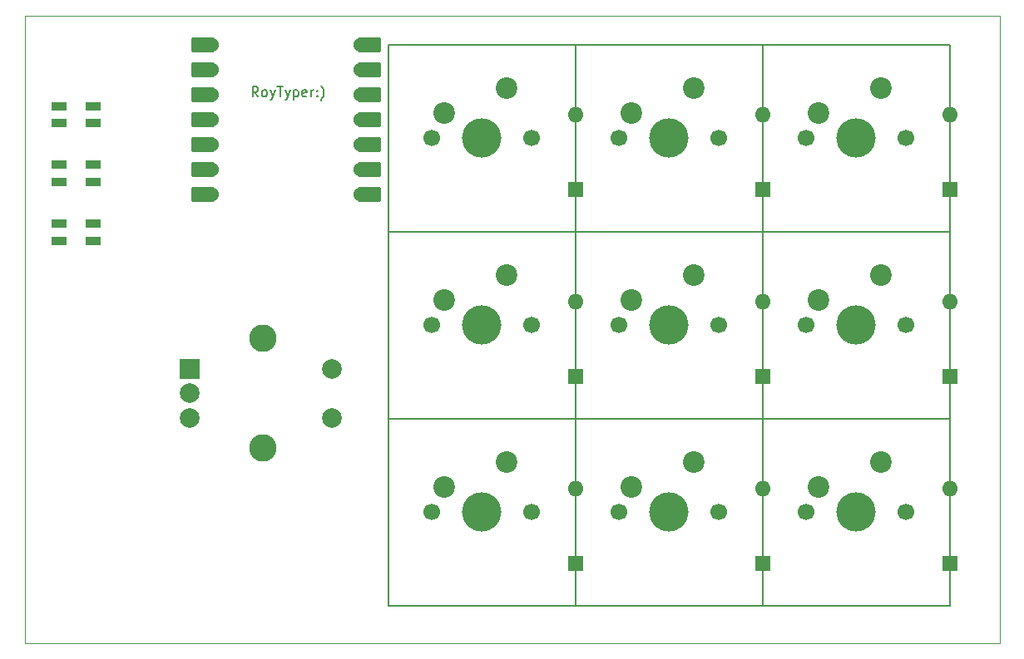
<source format=gbr>
%TF.GenerationSoftware,KiCad,Pcbnew,8.0.8*%
%TF.CreationDate,2025-02-16T15:54:53+05:30*%
%TF.ProjectId,RoyTyper,526f7954-7970-4657-922e-6b696361645f,rev?*%
%TF.SameCoordinates,Original*%
%TF.FileFunction,Soldermask,Top*%
%TF.FilePolarity,Negative*%
%FSLAX46Y46*%
G04 Gerber Fmt 4.6, Leading zero omitted, Abs format (unit mm)*
G04 Created by KiCad (PCBNEW 8.0.8) date 2025-02-16 15:54:53*
%MOMM*%
%LPD*%
G01*
G04 APERTURE LIST*
G04 Aperture macros list*
%AMRoundRect*
0 Rectangle with rounded corners*
0 $1 Rounding radius*
0 $2 $3 $4 $5 $6 $7 $8 $9 X,Y pos of 4 corners*
0 Add a 4 corners polygon primitive as box body*
4,1,4,$2,$3,$4,$5,$6,$7,$8,$9,$2,$3,0*
0 Add four circle primitives for the rounded corners*
1,1,$1+$1,$2,$3*
1,1,$1+$1,$4,$5*
1,1,$1+$1,$6,$7*
1,1,$1+$1,$8,$9*
0 Add four rect primitives between the rounded corners*
20,1,$1+$1,$2,$3,$4,$5,0*
20,1,$1+$1,$4,$5,$6,$7,0*
20,1,$1+$1,$6,$7,$8,$9,0*
20,1,$1+$1,$8,$9,$2,$3,0*%
G04 Aperture macros list end*
%ADD10R,1.600000X0.850000*%
%ADD11C,1.700000*%
%ADD12C,4.000000*%
%ADD13C,2.200000*%
%ADD14R,2.000000X2.000000*%
%ADD15C,2.000000*%
%ADD16C,2.800000*%
%ADD17RoundRect,0.152400X1.063600X0.609600X-1.063600X0.609600X-1.063600X-0.609600X1.063600X-0.609600X0*%
%ADD18C,1.524000*%
%ADD19RoundRect,0.152400X-1.063600X-0.609600X1.063600X-0.609600X1.063600X0.609600X-1.063600X0.609600X0*%
%ADD20R,1.600000X1.600000*%
%ADD21O,1.600000X1.600000*%
%ADD22C,0.150000*%
%TA.AperFunction,Profile*%
%ADD23C,0.050000*%
%TD*%
G04 APERTURE END LIST*
D10*
%TO.C,D12*%
X56725000Y-78575000D03*
X56725000Y-80325000D03*
X60225000Y-80325000D03*
X60225000Y-78575000D03*
%TD*%
D11*
%TO.C,SW3*%
X132770000Y-69850000D03*
D12*
X137850000Y-69850000D03*
D11*
X142930000Y-69850000D03*
D13*
X140390000Y-64770000D03*
X134040000Y-67310000D03*
%TD*%
D11*
%TO.C,SW6*%
X132770000Y-88900000D03*
D12*
X137850000Y-88900000D03*
D11*
X142930000Y-88900000D03*
D13*
X140390000Y-83820000D03*
X134040000Y-86360000D03*
%TD*%
D11*
%TO.C,SW1*%
X94670000Y-69850000D03*
D12*
X99750000Y-69850000D03*
D11*
X104830000Y-69850000D03*
D13*
X102290000Y-64770000D03*
X95940000Y-67310000D03*
%TD*%
D11*
%TO.C,SW4*%
X94670000Y-88900000D03*
D12*
X99750000Y-88900000D03*
D11*
X104830000Y-88900000D03*
D13*
X102290000Y-83820000D03*
X95940000Y-86360000D03*
%TD*%
D11*
%TO.C,SW5*%
X113720000Y-88900000D03*
D12*
X118800000Y-88900000D03*
D11*
X123880000Y-88900000D03*
D13*
X121340000Y-83820000D03*
X114990000Y-86360000D03*
%TD*%
D11*
%TO.C,SW2*%
X113720000Y-69850000D03*
D12*
X118800000Y-69850000D03*
D11*
X123880000Y-69850000D03*
D13*
X121340000Y-64770000D03*
X114990000Y-67310000D03*
%TD*%
D14*
%TO.C,SW11*%
X69975000Y-93325000D03*
D15*
X69975000Y-98325000D03*
X69975000Y-95825000D03*
D16*
X77475000Y-90225000D03*
X77475000Y-101425000D03*
D15*
X84475000Y-93325000D03*
X84475000Y-98325000D03*
%TD*%
D11*
%TO.C,SW9*%
X132770000Y-107950000D03*
D12*
X137850000Y-107950000D03*
D11*
X142930000Y-107950000D03*
D13*
X140390000Y-102870000D03*
X134040000Y-105410000D03*
%TD*%
D11*
%TO.C,SW7*%
X94670000Y-107950000D03*
D12*
X99750000Y-107950000D03*
D11*
X104830000Y-107950000D03*
D13*
X102290000Y-102870000D03*
X95940000Y-105410000D03*
%TD*%
D10*
%TO.C,D11*%
X56725000Y-72575000D03*
X56725000Y-74325000D03*
X60225000Y-74325000D03*
X60225000Y-72575000D03*
%TD*%
D11*
%TO.C,SW8*%
X113720000Y-107950000D03*
D12*
X118800000Y-107950000D03*
D11*
X123880000Y-107950000D03*
D13*
X121340000Y-102870000D03*
X114990000Y-105410000D03*
%TD*%
D10*
%TO.C,D10*%
X56725000Y-66575000D03*
X56725000Y-68325000D03*
X60225000Y-68325000D03*
X60225000Y-66575000D03*
%TD*%
D17*
%TO.C,U1*%
X71390000Y-60325000D03*
D18*
X72225000Y-60325000D03*
D17*
X71390000Y-62865000D03*
D18*
X72225000Y-62865000D03*
D17*
X71390000Y-65405000D03*
D18*
X72225000Y-65405000D03*
D17*
X71390000Y-67945000D03*
D18*
X72225000Y-67945000D03*
D17*
X71390000Y-70485000D03*
D18*
X72225000Y-70485000D03*
D17*
X71390000Y-73025000D03*
D18*
X72225000Y-73025000D03*
D17*
X71390000Y-75565000D03*
D18*
X72225000Y-75565000D03*
X87465000Y-75565000D03*
D19*
X88300000Y-75565000D03*
D18*
X87465000Y-73025000D03*
D19*
X88300000Y-73025000D03*
D18*
X87465000Y-70485000D03*
D19*
X88300000Y-70485000D03*
D18*
X87465000Y-67945000D03*
D19*
X88300000Y-67945000D03*
D18*
X87465000Y-65405000D03*
D19*
X88300000Y-65405000D03*
D18*
X87465000Y-62865000D03*
D19*
X88300000Y-62865000D03*
D18*
X87465000Y-60325000D03*
D19*
X88300000Y-60325000D03*
%TD*%
D20*
%TO.C,D8*%
X128325000Y-113188750D03*
D21*
X128325000Y-105568750D03*
%TD*%
D20*
%TO.C,D7*%
X109275000Y-113188750D03*
D21*
X109275000Y-105568750D03*
%TD*%
D20*
%TO.C,D3*%
X147375000Y-75088750D03*
D21*
X147375000Y-67468750D03*
%TD*%
D20*
%TO.C,D9*%
X147375000Y-113188750D03*
D21*
X147375000Y-105568750D03*
%TD*%
D20*
%TO.C,D6*%
X147375000Y-94138750D03*
D21*
X147375000Y-86518750D03*
%TD*%
D20*
%TO.C,D2*%
X128325000Y-75088750D03*
D21*
X128325000Y-67468750D03*
%TD*%
D20*
%TO.C,D5*%
X128325000Y-94138750D03*
D21*
X128325000Y-86518750D03*
%TD*%
D20*
%TO.C,D1*%
X109275000Y-75088750D03*
D21*
X109275000Y-67468750D03*
%TD*%
D20*
%TO.C,D4*%
X109275000Y-94138750D03*
D21*
X109275000Y-86518750D03*
%TD*%
D22*
%TO.C,SW3*%
X128325000Y-60325000D02*
X147375000Y-60325000D01*
X128325000Y-79375000D02*
X128325000Y-60325000D01*
X147375000Y-60325000D02*
X147375000Y-79375000D01*
X147375000Y-79375000D02*
X128325000Y-79375000D01*
%TO.C,SW6*%
X128325000Y-79375000D02*
X147375000Y-79375000D01*
X128325000Y-98425000D02*
X128325000Y-79375000D01*
X147375000Y-79375000D02*
X147375000Y-98425000D01*
X147375000Y-98425000D02*
X128325000Y-98425000D01*
%TO.C,SW1*%
X90225000Y-60325000D02*
X109275000Y-60325000D01*
X90225000Y-79375000D02*
X90225000Y-60325000D01*
X109275000Y-60325000D02*
X109275000Y-79375000D01*
X109275000Y-79375000D02*
X90225000Y-79375000D01*
%TO.C,SW4*%
X90225000Y-79375000D02*
X109275000Y-79375000D01*
X90225000Y-98425000D02*
X90225000Y-79375000D01*
X109275000Y-79375000D02*
X109275000Y-98425000D01*
X109275000Y-98425000D02*
X90225000Y-98425000D01*
%TO.C,SW5*%
X109275000Y-79375000D02*
X128325000Y-79375000D01*
X109275000Y-98425000D02*
X109275000Y-79375000D01*
X128325000Y-79375000D02*
X128325000Y-98425000D01*
X128325000Y-98425000D02*
X109275000Y-98425000D01*
%TO.C,SW2*%
X109275000Y-60325000D02*
X128325000Y-60325000D01*
X109275000Y-79375000D02*
X109275000Y-60325000D01*
X128325000Y-60325000D02*
X128325000Y-79375000D01*
X128325000Y-79375000D02*
X109275000Y-79375000D01*
%TO.C,SW9*%
X128325000Y-98425000D02*
X147375000Y-98425000D01*
X128325000Y-117475000D02*
X128325000Y-98425000D01*
X147375000Y-98425000D02*
X147375000Y-117475000D01*
X147375000Y-117475000D02*
X128325000Y-117475000D01*
%TO.C,SW7*%
X90225000Y-98425000D02*
X109275000Y-98425000D01*
X90225000Y-117475000D02*
X90225000Y-98425000D01*
X109275000Y-98425000D02*
X109275000Y-117475000D01*
X109275000Y-117475000D02*
X90225000Y-117475000D01*
%TO.C,SW8*%
X109275000Y-98425000D02*
X128325000Y-98425000D01*
X109275000Y-117475000D02*
X109275000Y-98425000D01*
X128325000Y-98425000D02*
X128325000Y-117475000D01*
X128325000Y-117475000D02*
X109275000Y-117475000D01*
%TD*%
D23*
X53215000Y-57345000D02*
X152445000Y-57345000D01*
X152445000Y-121285000D01*
X53215000Y-121285000D01*
X53215000Y-57345000D01*
D22*
X76983207Y-65604819D02*
X76649874Y-65128628D01*
X76411779Y-65604819D02*
X76411779Y-64604819D01*
X76411779Y-64604819D02*
X76792731Y-64604819D01*
X76792731Y-64604819D02*
X76887969Y-64652438D01*
X76887969Y-64652438D02*
X76935588Y-64700057D01*
X76935588Y-64700057D02*
X76983207Y-64795295D01*
X76983207Y-64795295D02*
X76983207Y-64938152D01*
X76983207Y-64938152D02*
X76935588Y-65033390D01*
X76935588Y-65033390D02*
X76887969Y-65081009D01*
X76887969Y-65081009D02*
X76792731Y-65128628D01*
X76792731Y-65128628D02*
X76411779Y-65128628D01*
X77554636Y-65604819D02*
X77459398Y-65557200D01*
X77459398Y-65557200D02*
X77411779Y-65509580D01*
X77411779Y-65509580D02*
X77364160Y-65414342D01*
X77364160Y-65414342D02*
X77364160Y-65128628D01*
X77364160Y-65128628D02*
X77411779Y-65033390D01*
X77411779Y-65033390D02*
X77459398Y-64985771D01*
X77459398Y-64985771D02*
X77554636Y-64938152D01*
X77554636Y-64938152D02*
X77697493Y-64938152D01*
X77697493Y-64938152D02*
X77792731Y-64985771D01*
X77792731Y-64985771D02*
X77840350Y-65033390D01*
X77840350Y-65033390D02*
X77887969Y-65128628D01*
X77887969Y-65128628D02*
X77887969Y-65414342D01*
X77887969Y-65414342D02*
X77840350Y-65509580D01*
X77840350Y-65509580D02*
X77792731Y-65557200D01*
X77792731Y-65557200D02*
X77697493Y-65604819D01*
X77697493Y-65604819D02*
X77554636Y-65604819D01*
X78221303Y-64938152D02*
X78459398Y-65604819D01*
X78697493Y-64938152D02*
X78459398Y-65604819D01*
X78459398Y-65604819D02*
X78364160Y-65842914D01*
X78364160Y-65842914D02*
X78316541Y-65890533D01*
X78316541Y-65890533D02*
X78221303Y-65938152D01*
X78935589Y-64604819D02*
X79507017Y-64604819D01*
X79221303Y-65604819D02*
X79221303Y-64604819D01*
X79745113Y-64938152D02*
X79983208Y-65604819D01*
X80221303Y-64938152D02*
X79983208Y-65604819D01*
X79983208Y-65604819D02*
X79887970Y-65842914D01*
X79887970Y-65842914D02*
X79840351Y-65890533D01*
X79840351Y-65890533D02*
X79745113Y-65938152D01*
X80602256Y-64938152D02*
X80602256Y-65938152D01*
X80602256Y-64985771D02*
X80697494Y-64938152D01*
X80697494Y-64938152D02*
X80887970Y-64938152D01*
X80887970Y-64938152D02*
X80983208Y-64985771D01*
X80983208Y-64985771D02*
X81030827Y-65033390D01*
X81030827Y-65033390D02*
X81078446Y-65128628D01*
X81078446Y-65128628D02*
X81078446Y-65414342D01*
X81078446Y-65414342D02*
X81030827Y-65509580D01*
X81030827Y-65509580D02*
X80983208Y-65557200D01*
X80983208Y-65557200D02*
X80887970Y-65604819D01*
X80887970Y-65604819D02*
X80697494Y-65604819D01*
X80697494Y-65604819D02*
X80602256Y-65557200D01*
X81887970Y-65557200D02*
X81792732Y-65604819D01*
X81792732Y-65604819D02*
X81602256Y-65604819D01*
X81602256Y-65604819D02*
X81507018Y-65557200D01*
X81507018Y-65557200D02*
X81459399Y-65461961D01*
X81459399Y-65461961D02*
X81459399Y-65081009D01*
X81459399Y-65081009D02*
X81507018Y-64985771D01*
X81507018Y-64985771D02*
X81602256Y-64938152D01*
X81602256Y-64938152D02*
X81792732Y-64938152D01*
X81792732Y-64938152D02*
X81887970Y-64985771D01*
X81887970Y-64985771D02*
X81935589Y-65081009D01*
X81935589Y-65081009D02*
X81935589Y-65176247D01*
X81935589Y-65176247D02*
X81459399Y-65271485D01*
X82364161Y-65604819D02*
X82364161Y-64938152D01*
X82364161Y-65128628D02*
X82411780Y-65033390D01*
X82411780Y-65033390D02*
X82459399Y-64985771D01*
X82459399Y-64985771D02*
X82554637Y-64938152D01*
X82554637Y-64938152D02*
X82649875Y-64938152D01*
X82983209Y-65509580D02*
X83030828Y-65557200D01*
X83030828Y-65557200D02*
X82983209Y-65604819D01*
X82983209Y-65604819D02*
X82935590Y-65557200D01*
X82935590Y-65557200D02*
X82983209Y-65509580D01*
X82983209Y-65509580D02*
X82983209Y-65604819D01*
X82983209Y-64985771D02*
X83030828Y-65033390D01*
X83030828Y-65033390D02*
X82983209Y-65081009D01*
X82983209Y-65081009D02*
X82935590Y-65033390D01*
X82935590Y-65033390D02*
X82983209Y-64985771D01*
X82983209Y-64985771D02*
X82983209Y-65081009D01*
X83364161Y-65985771D02*
X83411780Y-65938152D01*
X83411780Y-65938152D02*
X83507018Y-65795295D01*
X83507018Y-65795295D02*
X83554637Y-65700057D01*
X83554637Y-65700057D02*
X83602256Y-65557200D01*
X83602256Y-65557200D02*
X83649875Y-65319104D01*
X83649875Y-65319104D02*
X83649875Y-65128628D01*
X83649875Y-65128628D02*
X83602256Y-64890533D01*
X83602256Y-64890533D02*
X83554637Y-64747676D01*
X83554637Y-64747676D02*
X83507018Y-64652438D01*
X83507018Y-64652438D02*
X83411780Y-64509580D01*
X83411780Y-64509580D02*
X83364161Y-64461961D01*
M02*

</source>
